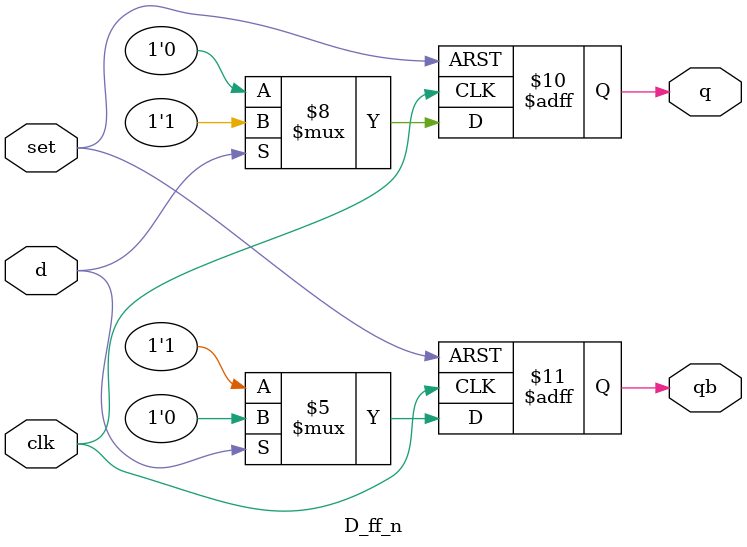
<source format=v>
module  ring_counter(out, clk, reset);

    input clk, reset;
    output reg [2:0] out;

    wire [2:0] q;

    D_ff dff1 (q[2], , !q[1], clk, reset);
    D_ff dff2 (q[1], , q[2], clk, reset);
    D_ff_n dff3 (q[0], , q[1], clk, reset);

    always @ (q)
        begin
                out[2] <= q[2];
                out[1] <= q[1];
                out[0] <= q[0];
        end

endmodule


module D_ff(q, qb, d, clk, reset);

    input d, clk, reset;
    output q, qb;
    reg q, qb;
    
    always @ (posedge clk, negedge reset)
        begin
            if (!reset)
            begin
                q <= 1'b0; qb <= 1'b1;
            end
            else if (d == 1'b0)
            begin
                q <= 1'b0; qb <= 1'b1;
            end
            else
            begin
                q <= 1'b1; qb <= 1'b0;
            end
        end
endmodule

module D_ff_n(q, qb, d, clk, set);

    input d, clk, set;
    output q, qb;
    reg q, qb;
    
    always @ (posedge clk, negedge set)
        begin
            if (!set)
            begin
                q <= 1'b1; qb <= 1'b0;
            end
            else if (d == 1'b0)
            begin
                q <= 1'b0; qb <= 1'b1;
            end
            else
            begin
                q <= 1'b1; qb <= 1'b0;
            end
        end
endmodule

</source>
